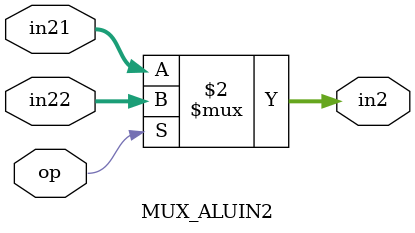
<source format=v>
`timescale 1ns / 1ps
module MUX_PC(pc4x,pcx,pcR,op,PCxout);//IFU
	input [31:0] pc4x;
	input [31:0] pcx;
	input [31:0] pcR;
	input [1:0] op;
	output reg [31:0] PCxout;
	always @(*) begin
		case (op)
			2'b00: PCxout = pc4x;
			2'b01: PCxout = pcx;
			2'b10: PCxout = pcR;
		endcase
		//$display("@MUX_PC:%h %h %h %d",pc4x,pcx,pcR,op);
	end
endmodule

module MUX_WG(WG1,WG2,op,WG);//GRF WG
	input [4:0] WG1;
	input [4:0] WG2;
	input [1:0] op;
	output reg [4:0] WG;
	always @(*) begin
	case (op)
		2'b00: 
			WG = WG1;
		2'b01:
			WG = WG2;
		2'b10:
			WG = 5'b11111;
	endcase
	//$display("@MUX_WG:%h %h %h %d",WG1,WG2,5'b11111,op);
	end
endmodule


module MUX_WD(WD1,WD2,WD3,WD4,op,WD);//GRF WD
	input [31:0] WD1,WD2,WD3,WD4;
	output reg [31:0] WD;
	input [1:0] op;
	always @(*) begin
	case (op)
		2'b00:
			WD = WD1;
		2'b01:
			WD = WD2;
		2'b10:
			WD = WD3;
		2'b11:
			WD = WD4;
	endcase
	//$display("@MUX_WD:%h %h %h %h %d",WD1,WD2,WD3,WD4,op);
	end
endmodule

module MUX_ALUIN2(in21,in22,op,in2);//GRF WD
	input [31:0] in21,in22;
	input op;
	output [31:0] in2;
	//always @(*) begin
	//$display("@ALUIN2:%h %h %d",in21,in22,op);
	//end
	assign in2 = (op == 0)?in21:in22;
endmodule
</source>
